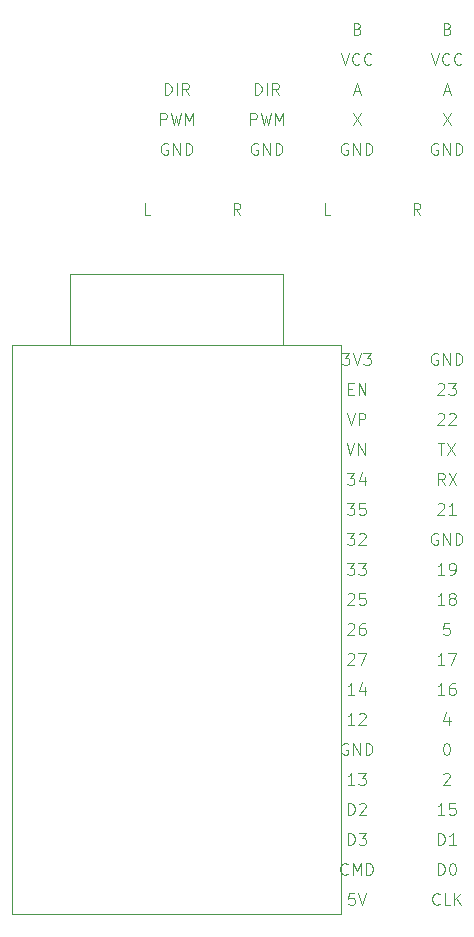
<source format=gbr>
%TF.GenerationSoftware,KiCad,Pcbnew,8.0.6-unknown-202410280735~4a7dcfdd1f~ubuntu22.04.1*%
%TF.CreationDate,2024-10-31T16:24:39+09:00*%
%TF.ProjectId,MG5-ESP32-Shield,4d47352d-4553-4503-9332-2d536869656c,rev?*%
%TF.SameCoordinates,Original*%
%TF.FileFunction,Legend,Top*%
%TF.FilePolarity,Positive*%
%FSLAX46Y46*%
G04 Gerber Fmt 4.6, Leading zero omitted, Abs format (unit mm)*
G04 Created by KiCad (PCBNEW 8.0.6-unknown-202410280735~4a7dcfdd1f~ubuntu22.04.1) date 2024-10-31 16:24:39*
%MOMM*%
%LPD*%
G01*
G04 APERTURE LIST*
%ADD10C,0.100000*%
G04 APERTURE END LIST*
D10*
X127309523Y-74117419D02*
X126833333Y-74117419D01*
X126833333Y-74117419D02*
X126833333Y-73117419D01*
X128778095Y-68085038D02*
X128682857Y-68037419D01*
X128682857Y-68037419D02*
X128540000Y-68037419D01*
X128540000Y-68037419D02*
X128397143Y-68085038D01*
X128397143Y-68085038D02*
X128301905Y-68180276D01*
X128301905Y-68180276D02*
X128254286Y-68275514D01*
X128254286Y-68275514D02*
X128206667Y-68465990D01*
X128206667Y-68465990D02*
X128206667Y-68608847D01*
X128206667Y-68608847D02*
X128254286Y-68799323D01*
X128254286Y-68799323D02*
X128301905Y-68894561D01*
X128301905Y-68894561D02*
X128397143Y-68989800D01*
X128397143Y-68989800D02*
X128540000Y-69037419D01*
X128540000Y-69037419D02*
X128635238Y-69037419D01*
X128635238Y-69037419D02*
X128778095Y-68989800D01*
X128778095Y-68989800D02*
X128825714Y-68942180D01*
X128825714Y-68942180D02*
X128825714Y-68608847D01*
X128825714Y-68608847D02*
X128635238Y-68608847D01*
X129254286Y-69037419D02*
X129254286Y-68037419D01*
X129254286Y-68037419D02*
X129825714Y-69037419D01*
X129825714Y-69037419D02*
X129825714Y-68037419D01*
X130301905Y-69037419D02*
X130301905Y-68037419D01*
X130301905Y-68037419D02*
X130540000Y-68037419D01*
X130540000Y-68037419D02*
X130682857Y-68085038D01*
X130682857Y-68085038D02*
X130778095Y-68180276D01*
X130778095Y-68180276D02*
X130825714Y-68275514D01*
X130825714Y-68275514D02*
X130873333Y-68465990D01*
X130873333Y-68465990D02*
X130873333Y-68608847D01*
X130873333Y-68608847D02*
X130825714Y-68799323D01*
X130825714Y-68799323D02*
X130778095Y-68894561D01*
X130778095Y-68894561D02*
X130682857Y-68989800D01*
X130682857Y-68989800D02*
X130540000Y-69037419D01*
X130540000Y-69037419D02*
X130301905Y-69037419D01*
X128540000Y-63957419D02*
X128540000Y-62957419D01*
X128540000Y-62957419D02*
X128778095Y-62957419D01*
X128778095Y-62957419D02*
X128920952Y-63005038D01*
X128920952Y-63005038D02*
X129016190Y-63100276D01*
X129016190Y-63100276D02*
X129063809Y-63195514D01*
X129063809Y-63195514D02*
X129111428Y-63385990D01*
X129111428Y-63385990D02*
X129111428Y-63528847D01*
X129111428Y-63528847D02*
X129063809Y-63719323D01*
X129063809Y-63719323D02*
X129016190Y-63814561D01*
X129016190Y-63814561D02*
X128920952Y-63909800D01*
X128920952Y-63909800D02*
X128778095Y-63957419D01*
X128778095Y-63957419D02*
X128540000Y-63957419D01*
X129540000Y-63957419D02*
X129540000Y-62957419D01*
X130587618Y-63957419D02*
X130254285Y-63481228D01*
X130016190Y-63957419D02*
X130016190Y-62957419D01*
X130016190Y-62957419D02*
X130397142Y-62957419D01*
X130397142Y-62957419D02*
X130492380Y-63005038D01*
X130492380Y-63005038D02*
X130539999Y-63052657D01*
X130539999Y-63052657D02*
X130587618Y-63147895D01*
X130587618Y-63147895D02*
X130587618Y-63290752D01*
X130587618Y-63290752D02*
X130539999Y-63385990D01*
X130539999Y-63385990D02*
X130492380Y-63433609D01*
X130492380Y-63433609D02*
X130397142Y-63481228D01*
X130397142Y-63481228D02*
X130016190Y-63481228D01*
X128135238Y-66497419D02*
X128135238Y-65497419D01*
X128135238Y-65497419D02*
X128516190Y-65497419D01*
X128516190Y-65497419D02*
X128611428Y-65545038D01*
X128611428Y-65545038D02*
X128659047Y-65592657D01*
X128659047Y-65592657D02*
X128706666Y-65687895D01*
X128706666Y-65687895D02*
X128706666Y-65830752D01*
X128706666Y-65830752D02*
X128659047Y-65925990D01*
X128659047Y-65925990D02*
X128611428Y-65973609D01*
X128611428Y-65973609D02*
X128516190Y-66021228D01*
X128516190Y-66021228D02*
X128135238Y-66021228D01*
X129040000Y-65497419D02*
X129278095Y-66497419D01*
X129278095Y-66497419D02*
X129468571Y-65783133D01*
X129468571Y-65783133D02*
X129659047Y-66497419D01*
X129659047Y-66497419D02*
X129897143Y-65497419D01*
X130278095Y-66497419D02*
X130278095Y-65497419D01*
X130278095Y-65497419D02*
X130611428Y-66211704D01*
X130611428Y-66211704D02*
X130944761Y-65497419D01*
X130944761Y-65497419D02*
X130944761Y-66497419D01*
X150169523Y-74117419D02*
X149836190Y-73641228D01*
X149598095Y-74117419D02*
X149598095Y-73117419D01*
X149598095Y-73117419D02*
X149979047Y-73117419D01*
X149979047Y-73117419D02*
X150074285Y-73165038D01*
X150074285Y-73165038D02*
X150121904Y-73212657D01*
X150121904Y-73212657D02*
X150169523Y-73307895D01*
X150169523Y-73307895D02*
X150169523Y-73450752D01*
X150169523Y-73450752D02*
X150121904Y-73545990D01*
X150121904Y-73545990D02*
X150074285Y-73593609D01*
X150074285Y-73593609D02*
X149979047Y-73641228D01*
X149979047Y-73641228D02*
X149598095Y-73641228D01*
X151066667Y-60417419D02*
X151400000Y-61417419D01*
X151400000Y-61417419D02*
X151733333Y-60417419D01*
X152638095Y-61322180D02*
X152590476Y-61369800D01*
X152590476Y-61369800D02*
X152447619Y-61417419D01*
X152447619Y-61417419D02*
X152352381Y-61417419D01*
X152352381Y-61417419D02*
X152209524Y-61369800D01*
X152209524Y-61369800D02*
X152114286Y-61274561D01*
X152114286Y-61274561D02*
X152066667Y-61179323D01*
X152066667Y-61179323D02*
X152019048Y-60988847D01*
X152019048Y-60988847D02*
X152019048Y-60845990D01*
X152019048Y-60845990D02*
X152066667Y-60655514D01*
X152066667Y-60655514D02*
X152114286Y-60560276D01*
X152114286Y-60560276D02*
X152209524Y-60465038D01*
X152209524Y-60465038D02*
X152352381Y-60417419D01*
X152352381Y-60417419D02*
X152447619Y-60417419D01*
X152447619Y-60417419D02*
X152590476Y-60465038D01*
X152590476Y-60465038D02*
X152638095Y-60512657D01*
X153638095Y-61322180D02*
X153590476Y-61369800D01*
X153590476Y-61369800D02*
X153447619Y-61417419D01*
X153447619Y-61417419D02*
X153352381Y-61417419D01*
X153352381Y-61417419D02*
X153209524Y-61369800D01*
X153209524Y-61369800D02*
X153114286Y-61274561D01*
X153114286Y-61274561D02*
X153066667Y-61179323D01*
X153066667Y-61179323D02*
X153019048Y-60988847D01*
X153019048Y-60988847D02*
X153019048Y-60845990D01*
X153019048Y-60845990D02*
X153066667Y-60655514D01*
X153066667Y-60655514D02*
X153114286Y-60560276D01*
X153114286Y-60560276D02*
X153209524Y-60465038D01*
X153209524Y-60465038D02*
X153352381Y-60417419D01*
X153352381Y-60417419D02*
X153447619Y-60417419D01*
X153447619Y-60417419D02*
X153590476Y-60465038D01*
X153590476Y-60465038D02*
X153638095Y-60512657D01*
X151638095Y-68085038D02*
X151542857Y-68037419D01*
X151542857Y-68037419D02*
X151400000Y-68037419D01*
X151400000Y-68037419D02*
X151257143Y-68085038D01*
X151257143Y-68085038D02*
X151161905Y-68180276D01*
X151161905Y-68180276D02*
X151114286Y-68275514D01*
X151114286Y-68275514D02*
X151066667Y-68465990D01*
X151066667Y-68465990D02*
X151066667Y-68608847D01*
X151066667Y-68608847D02*
X151114286Y-68799323D01*
X151114286Y-68799323D02*
X151161905Y-68894561D01*
X151161905Y-68894561D02*
X151257143Y-68989800D01*
X151257143Y-68989800D02*
X151400000Y-69037419D01*
X151400000Y-69037419D02*
X151495238Y-69037419D01*
X151495238Y-69037419D02*
X151638095Y-68989800D01*
X151638095Y-68989800D02*
X151685714Y-68942180D01*
X151685714Y-68942180D02*
X151685714Y-68608847D01*
X151685714Y-68608847D02*
X151495238Y-68608847D01*
X152114286Y-69037419D02*
X152114286Y-68037419D01*
X152114286Y-68037419D02*
X152685714Y-69037419D01*
X152685714Y-69037419D02*
X152685714Y-68037419D01*
X153161905Y-69037419D02*
X153161905Y-68037419D01*
X153161905Y-68037419D02*
X153400000Y-68037419D01*
X153400000Y-68037419D02*
X153542857Y-68085038D01*
X153542857Y-68085038D02*
X153638095Y-68180276D01*
X153638095Y-68180276D02*
X153685714Y-68275514D01*
X153685714Y-68275514D02*
X153733333Y-68465990D01*
X153733333Y-68465990D02*
X153733333Y-68608847D01*
X153733333Y-68608847D02*
X153685714Y-68799323D01*
X153685714Y-68799323D02*
X153638095Y-68894561D01*
X153638095Y-68894561D02*
X153542857Y-68989800D01*
X153542857Y-68989800D02*
X153400000Y-69037419D01*
X153400000Y-69037419D02*
X153161905Y-69037419D01*
X152066667Y-65497419D02*
X152733333Y-66497419D01*
X152733333Y-65497419D02*
X152066667Y-66497419D01*
X152161905Y-63671704D02*
X152638095Y-63671704D01*
X152066667Y-63957419D02*
X152400000Y-62957419D01*
X152400000Y-62957419D02*
X152733333Y-63957419D01*
X152471428Y-58353609D02*
X152614285Y-58401228D01*
X152614285Y-58401228D02*
X152661904Y-58448847D01*
X152661904Y-58448847D02*
X152709523Y-58544085D01*
X152709523Y-58544085D02*
X152709523Y-58686942D01*
X152709523Y-58686942D02*
X152661904Y-58782180D01*
X152661904Y-58782180D02*
X152614285Y-58829800D01*
X152614285Y-58829800D02*
X152519047Y-58877419D01*
X152519047Y-58877419D02*
X152138095Y-58877419D01*
X152138095Y-58877419D02*
X152138095Y-57877419D01*
X152138095Y-57877419D02*
X152471428Y-57877419D01*
X152471428Y-57877419D02*
X152566666Y-57925038D01*
X152566666Y-57925038D02*
X152614285Y-57972657D01*
X152614285Y-57972657D02*
X152661904Y-58067895D01*
X152661904Y-58067895D02*
X152661904Y-58163133D01*
X152661904Y-58163133D02*
X152614285Y-58258371D01*
X152614285Y-58258371D02*
X152566666Y-58305990D01*
X152566666Y-58305990D02*
X152471428Y-58353609D01*
X152471428Y-58353609D02*
X152138095Y-58353609D01*
X151638095Y-88452657D02*
X151685714Y-88405038D01*
X151685714Y-88405038D02*
X151780952Y-88357419D01*
X151780952Y-88357419D02*
X152019047Y-88357419D01*
X152019047Y-88357419D02*
X152114285Y-88405038D01*
X152114285Y-88405038D02*
X152161904Y-88452657D01*
X152161904Y-88452657D02*
X152209523Y-88547895D01*
X152209523Y-88547895D02*
X152209523Y-88643133D01*
X152209523Y-88643133D02*
X152161904Y-88785990D01*
X152161904Y-88785990D02*
X151590476Y-89357419D01*
X151590476Y-89357419D02*
X152209523Y-89357419D01*
X152542857Y-88357419D02*
X153161904Y-88357419D01*
X153161904Y-88357419D02*
X152828571Y-88738371D01*
X152828571Y-88738371D02*
X152971428Y-88738371D01*
X152971428Y-88738371D02*
X153066666Y-88785990D01*
X153066666Y-88785990D02*
X153114285Y-88833609D01*
X153114285Y-88833609D02*
X153161904Y-88928847D01*
X153161904Y-88928847D02*
X153161904Y-89166942D01*
X153161904Y-89166942D02*
X153114285Y-89262180D01*
X153114285Y-89262180D02*
X153066666Y-89309800D01*
X153066666Y-89309800D02*
X152971428Y-89357419D01*
X152971428Y-89357419D02*
X152685714Y-89357419D01*
X152685714Y-89357419D02*
X152590476Y-89309800D01*
X152590476Y-89309800D02*
X152542857Y-89262180D01*
X152638095Y-108677419D02*
X152161905Y-108677419D01*
X152161905Y-108677419D02*
X152114286Y-109153609D01*
X152114286Y-109153609D02*
X152161905Y-109105990D01*
X152161905Y-109105990D02*
X152257143Y-109058371D01*
X152257143Y-109058371D02*
X152495238Y-109058371D01*
X152495238Y-109058371D02*
X152590476Y-109105990D01*
X152590476Y-109105990D02*
X152638095Y-109153609D01*
X152638095Y-109153609D02*
X152685714Y-109248847D01*
X152685714Y-109248847D02*
X152685714Y-109486942D01*
X152685714Y-109486942D02*
X152638095Y-109582180D01*
X152638095Y-109582180D02*
X152590476Y-109629800D01*
X152590476Y-109629800D02*
X152495238Y-109677419D01*
X152495238Y-109677419D02*
X152257143Y-109677419D01*
X152257143Y-109677419D02*
X152161905Y-109629800D01*
X152161905Y-109629800D02*
X152114286Y-109582180D01*
X152209523Y-114757419D02*
X151638095Y-114757419D01*
X151923809Y-114757419D02*
X151923809Y-113757419D01*
X151923809Y-113757419D02*
X151828571Y-113900276D01*
X151828571Y-113900276D02*
X151733333Y-113995514D01*
X151733333Y-113995514D02*
X151638095Y-114043133D01*
X153066666Y-113757419D02*
X152876190Y-113757419D01*
X152876190Y-113757419D02*
X152780952Y-113805038D01*
X152780952Y-113805038D02*
X152733333Y-113852657D01*
X152733333Y-113852657D02*
X152638095Y-113995514D01*
X152638095Y-113995514D02*
X152590476Y-114185990D01*
X152590476Y-114185990D02*
X152590476Y-114566942D01*
X152590476Y-114566942D02*
X152638095Y-114662180D01*
X152638095Y-114662180D02*
X152685714Y-114709800D01*
X152685714Y-114709800D02*
X152780952Y-114757419D01*
X152780952Y-114757419D02*
X152971428Y-114757419D01*
X152971428Y-114757419D02*
X153066666Y-114709800D01*
X153066666Y-114709800D02*
X153114285Y-114662180D01*
X153114285Y-114662180D02*
X153161904Y-114566942D01*
X153161904Y-114566942D02*
X153161904Y-114328847D01*
X153161904Y-114328847D02*
X153114285Y-114233609D01*
X153114285Y-114233609D02*
X153066666Y-114185990D01*
X153066666Y-114185990D02*
X152971428Y-114138371D01*
X152971428Y-114138371D02*
X152780952Y-114138371D01*
X152780952Y-114138371D02*
X152685714Y-114185990D01*
X152685714Y-114185990D02*
X152638095Y-114233609D01*
X152638095Y-114233609D02*
X152590476Y-114328847D01*
X144018095Y-106232657D02*
X144065714Y-106185038D01*
X144065714Y-106185038D02*
X144160952Y-106137419D01*
X144160952Y-106137419D02*
X144399047Y-106137419D01*
X144399047Y-106137419D02*
X144494285Y-106185038D01*
X144494285Y-106185038D02*
X144541904Y-106232657D01*
X144541904Y-106232657D02*
X144589523Y-106327895D01*
X144589523Y-106327895D02*
X144589523Y-106423133D01*
X144589523Y-106423133D02*
X144541904Y-106565990D01*
X144541904Y-106565990D02*
X143970476Y-107137419D01*
X143970476Y-107137419D02*
X144589523Y-107137419D01*
X145494285Y-106137419D02*
X145018095Y-106137419D01*
X145018095Y-106137419D02*
X144970476Y-106613609D01*
X144970476Y-106613609D02*
X145018095Y-106565990D01*
X145018095Y-106565990D02*
X145113333Y-106518371D01*
X145113333Y-106518371D02*
X145351428Y-106518371D01*
X145351428Y-106518371D02*
X145446666Y-106565990D01*
X145446666Y-106565990D02*
X145494285Y-106613609D01*
X145494285Y-106613609D02*
X145541904Y-106708847D01*
X145541904Y-106708847D02*
X145541904Y-106946942D01*
X145541904Y-106946942D02*
X145494285Y-107042180D01*
X145494285Y-107042180D02*
X145446666Y-107089800D01*
X145446666Y-107089800D02*
X145351428Y-107137419D01*
X145351428Y-107137419D02*
X145113333Y-107137419D01*
X145113333Y-107137419D02*
X145018095Y-107089800D01*
X145018095Y-107089800D02*
X144970476Y-107042180D01*
X144589523Y-122377419D02*
X144018095Y-122377419D01*
X144303809Y-122377419D02*
X144303809Y-121377419D01*
X144303809Y-121377419D02*
X144208571Y-121520276D01*
X144208571Y-121520276D02*
X144113333Y-121615514D01*
X144113333Y-121615514D02*
X144018095Y-121663133D01*
X144922857Y-121377419D02*
X145541904Y-121377419D01*
X145541904Y-121377419D02*
X145208571Y-121758371D01*
X145208571Y-121758371D02*
X145351428Y-121758371D01*
X145351428Y-121758371D02*
X145446666Y-121805990D01*
X145446666Y-121805990D02*
X145494285Y-121853609D01*
X145494285Y-121853609D02*
X145541904Y-121948847D01*
X145541904Y-121948847D02*
X145541904Y-122186942D01*
X145541904Y-122186942D02*
X145494285Y-122282180D01*
X145494285Y-122282180D02*
X145446666Y-122329800D01*
X145446666Y-122329800D02*
X145351428Y-122377419D01*
X145351428Y-122377419D02*
X145065714Y-122377419D01*
X145065714Y-122377419D02*
X144970476Y-122329800D01*
X144970476Y-122329800D02*
X144922857Y-122282180D01*
X151638095Y-101105038D02*
X151542857Y-101057419D01*
X151542857Y-101057419D02*
X151400000Y-101057419D01*
X151400000Y-101057419D02*
X151257143Y-101105038D01*
X151257143Y-101105038D02*
X151161905Y-101200276D01*
X151161905Y-101200276D02*
X151114286Y-101295514D01*
X151114286Y-101295514D02*
X151066667Y-101485990D01*
X151066667Y-101485990D02*
X151066667Y-101628847D01*
X151066667Y-101628847D02*
X151114286Y-101819323D01*
X151114286Y-101819323D02*
X151161905Y-101914561D01*
X151161905Y-101914561D02*
X151257143Y-102009800D01*
X151257143Y-102009800D02*
X151400000Y-102057419D01*
X151400000Y-102057419D02*
X151495238Y-102057419D01*
X151495238Y-102057419D02*
X151638095Y-102009800D01*
X151638095Y-102009800D02*
X151685714Y-101962180D01*
X151685714Y-101962180D02*
X151685714Y-101628847D01*
X151685714Y-101628847D02*
X151495238Y-101628847D01*
X152114286Y-102057419D02*
X152114286Y-101057419D01*
X152114286Y-101057419D02*
X152685714Y-102057419D01*
X152685714Y-102057419D02*
X152685714Y-101057419D01*
X153161905Y-102057419D02*
X153161905Y-101057419D01*
X153161905Y-101057419D02*
X153400000Y-101057419D01*
X153400000Y-101057419D02*
X153542857Y-101105038D01*
X153542857Y-101105038D02*
X153638095Y-101200276D01*
X153638095Y-101200276D02*
X153685714Y-101295514D01*
X153685714Y-101295514D02*
X153733333Y-101485990D01*
X153733333Y-101485990D02*
X153733333Y-101628847D01*
X153733333Y-101628847D02*
X153685714Y-101819323D01*
X153685714Y-101819323D02*
X153638095Y-101914561D01*
X153638095Y-101914561D02*
X153542857Y-102009800D01*
X153542857Y-102009800D02*
X153400000Y-102057419D01*
X153400000Y-102057419D02*
X153161905Y-102057419D01*
X143946667Y-90897419D02*
X144280000Y-91897419D01*
X144280000Y-91897419D02*
X144613333Y-90897419D01*
X144946667Y-91897419D02*
X144946667Y-90897419D01*
X144946667Y-90897419D02*
X145327619Y-90897419D01*
X145327619Y-90897419D02*
X145422857Y-90945038D01*
X145422857Y-90945038D02*
X145470476Y-90992657D01*
X145470476Y-90992657D02*
X145518095Y-91087895D01*
X145518095Y-91087895D02*
X145518095Y-91230752D01*
X145518095Y-91230752D02*
X145470476Y-91325990D01*
X145470476Y-91325990D02*
X145422857Y-91373609D01*
X145422857Y-91373609D02*
X145327619Y-91421228D01*
X145327619Y-91421228D02*
X144946667Y-91421228D01*
X151638095Y-90992657D02*
X151685714Y-90945038D01*
X151685714Y-90945038D02*
X151780952Y-90897419D01*
X151780952Y-90897419D02*
X152019047Y-90897419D01*
X152019047Y-90897419D02*
X152114285Y-90945038D01*
X152114285Y-90945038D02*
X152161904Y-90992657D01*
X152161904Y-90992657D02*
X152209523Y-91087895D01*
X152209523Y-91087895D02*
X152209523Y-91183133D01*
X152209523Y-91183133D02*
X152161904Y-91325990D01*
X152161904Y-91325990D02*
X151590476Y-91897419D01*
X151590476Y-91897419D02*
X152209523Y-91897419D01*
X152590476Y-90992657D02*
X152638095Y-90945038D01*
X152638095Y-90945038D02*
X152733333Y-90897419D01*
X152733333Y-90897419D02*
X152971428Y-90897419D01*
X152971428Y-90897419D02*
X153066666Y-90945038D01*
X153066666Y-90945038D02*
X153114285Y-90992657D01*
X153114285Y-90992657D02*
X153161904Y-91087895D01*
X153161904Y-91087895D02*
X153161904Y-91183133D01*
X153161904Y-91183133D02*
X153114285Y-91325990D01*
X153114285Y-91325990D02*
X152542857Y-91897419D01*
X152542857Y-91897419D02*
X153161904Y-91897419D01*
X143970476Y-98517419D02*
X144589523Y-98517419D01*
X144589523Y-98517419D02*
X144256190Y-98898371D01*
X144256190Y-98898371D02*
X144399047Y-98898371D01*
X144399047Y-98898371D02*
X144494285Y-98945990D01*
X144494285Y-98945990D02*
X144541904Y-98993609D01*
X144541904Y-98993609D02*
X144589523Y-99088847D01*
X144589523Y-99088847D02*
X144589523Y-99326942D01*
X144589523Y-99326942D02*
X144541904Y-99422180D01*
X144541904Y-99422180D02*
X144494285Y-99469800D01*
X144494285Y-99469800D02*
X144399047Y-99517419D01*
X144399047Y-99517419D02*
X144113333Y-99517419D01*
X144113333Y-99517419D02*
X144018095Y-99469800D01*
X144018095Y-99469800D02*
X143970476Y-99422180D01*
X145494285Y-98517419D02*
X145018095Y-98517419D01*
X145018095Y-98517419D02*
X144970476Y-98993609D01*
X144970476Y-98993609D02*
X145018095Y-98945990D01*
X145018095Y-98945990D02*
X145113333Y-98898371D01*
X145113333Y-98898371D02*
X145351428Y-98898371D01*
X145351428Y-98898371D02*
X145446666Y-98945990D01*
X145446666Y-98945990D02*
X145494285Y-98993609D01*
X145494285Y-98993609D02*
X145541904Y-99088847D01*
X145541904Y-99088847D02*
X145541904Y-99326942D01*
X145541904Y-99326942D02*
X145494285Y-99422180D01*
X145494285Y-99422180D02*
X145446666Y-99469800D01*
X145446666Y-99469800D02*
X145351428Y-99517419D01*
X145351428Y-99517419D02*
X145113333Y-99517419D01*
X145113333Y-99517419D02*
X145018095Y-99469800D01*
X145018095Y-99469800D02*
X144970476Y-99422180D01*
X144018095Y-118885038D02*
X143922857Y-118837419D01*
X143922857Y-118837419D02*
X143780000Y-118837419D01*
X143780000Y-118837419D02*
X143637143Y-118885038D01*
X143637143Y-118885038D02*
X143541905Y-118980276D01*
X143541905Y-118980276D02*
X143494286Y-119075514D01*
X143494286Y-119075514D02*
X143446667Y-119265990D01*
X143446667Y-119265990D02*
X143446667Y-119408847D01*
X143446667Y-119408847D02*
X143494286Y-119599323D01*
X143494286Y-119599323D02*
X143541905Y-119694561D01*
X143541905Y-119694561D02*
X143637143Y-119789800D01*
X143637143Y-119789800D02*
X143780000Y-119837419D01*
X143780000Y-119837419D02*
X143875238Y-119837419D01*
X143875238Y-119837419D02*
X144018095Y-119789800D01*
X144018095Y-119789800D02*
X144065714Y-119742180D01*
X144065714Y-119742180D02*
X144065714Y-119408847D01*
X144065714Y-119408847D02*
X143875238Y-119408847D01*
X144494286Y-119837419D02*
X144494286Y-118837419D01*
X144494286Y-118837419D02*
X145065714Y-119837419D01*
X145065714Y-119837419D02*
X145065714Y-118837419D01*
X145541905Y-119837419D02*
X145541905Y-118837419D01*
X145541905Y-118837419D02*
X145780000Y-118837419D01*
X145780000Y-118837419D02*
X145922857Y-118885038D01*
X145922857Y-118885038D02*
X146018095Y-118980276D01*
X146018095Y-118980276D02*
X146065714Y-119075514D01*
X146065714Y-119075514D02*
X146113333Y-119265990D01*
X146113333Y-119265990D02*
X146113333Y-119408847D01*
X146113333Y-119408847D02*
X146065714Y-119599323D01*
X146065714Y-119599323D02*
X146018095Y-119694561D01*
X146018095Y-119694561D02*
X145922857Y-119789800D01*
X145922857Y-119789800D02*
X145780000Y-119837419D01*
X145780000Y-119837419D02*
X145541905Y-119837419D01*
X143970476Y-101057419D02*
X144589523Y-101057419D01*
X144589523Y-101057419D02*
X144256190Y-101438371D01*
X144256190Y-101438371D02*
X144399047Y-101438371D01*
X144399047Y-101438371D02*
X144494285Y-101485990D01*
X144494285Y-101485990D02*
X144541904Y-101533609D01*
X144541904Y-101533609D02*
X144589523Y-101628847D01*
X144589523Y-101628847D02*
X144589523Y-101866942D01*
X144589523Y-101866942D02*
X144541904Y-101962180D01*
X144541904Y-101962180D02*
X144494285Y-102009800D01*
X144494285Y-102009800D02*
X144399047Y-102057419D01*
X144399047Y-102057419D02*
X144113333Y-102057419D01*
X144113333Y-102057419D02*
X144018095Y-102009800D01*
X144018095Y-102009800D02*
X143970476Y-101962180D01*
X144970476Y-101152657D02*
X145018095Y-101105038D01*
X145018095Y-101105038D02*
X145113333Y-101057419D01*
X145113333Y-101057419D02*
X145351428Y-101057419D01*
X145351428Y-101057419D02*
X145446666Y-101105038D01*
X145446666Y-101105038D02*
X145494285Y-101152657D01*
X145494285Y-101152657D02*
X145541904Y-101247895D01*
X145541904Y-101247895D02*
X145541904Y-101343133D01*
X145541904Y-101343133D02*
X145494285Y-101485990D01*
X145494285Y-101485990D02*
X144922857Y-102057419D01*
X144922857Y-102057419D02*
X145541904Y-102057419D01*
X144018095Y-108772657D02*
X144065714Y-108725038D01*
X144065714Y-108725038D02*
X144160952Y-108677419D01*
X144160952Y-108677419D02*
X144399047Y-108677419D01*
X144399047Y-108677419D02*
X144494285Y-108725038D01*
X144494285Y-108725038D02*
X144541904Y-108772657D01*
X144541904Y-108772657D02*
X144589523Y-108867895D01*
X144589523Y-108867895D02*
X144589523Y-108963133D01*
X144589523Y-108963133D02*
X144541904Y-109105990D01*
X144541904Y-109105990D02*
X143970476Y-109677419D01*
X143970476Y-109677419D02*
X144589523Y-109677419D01*
X145446666Y-108677419D02*
X145256190Y-108677419D01*
X145256190Y-108677419D02*
X145160952Y-108725038D01*
X145160952Y-108725038D02*
X145113333Y-108772657D01*
X145113333Y-108772657D02*
X145018095Y-108915514D01*
X145018095Y-108915514D02*
X144970476Y-109105990D01*
X144970476Y-109105990D02*
X144970476Y-109486942D01*
X144970476Y-109486942D02*
X145018095Y-109582180D01*
X145018095Y-109582180D02*
X145065714Y-109629800D01*
X145065714Y-109629800D02*
X145160952Y-109677419D01*
X145160952Y-109677419D02*
X145351428Y-109677419D01*
X145351428Y-109677419D02*
X145446666Y-109629800D01*
X145446666Y-109629800D02*
X145494285Y-109582180D01*
X145494285Y-109582180D02*
X145541904Y-109486942D01*
X145541904Y-109486942D02*
X145541904Y-109248847D01*
X145541904Y-109248847D02*
X145494285Y-109153609D01*
X145494285Y-109153609D02*
X145446666Y-109105990D01*
X145446666Y-109105990D02*
X145351428Y-109058371D01*
X145351428Y-109058371D02*
X145160952Y-109058371D01*
X145160952Y-109058371D02*
X145065714Y-109105990D01*
X145065714Y-109105990D02*
X145018095Y-109153609D01*
X145018095Y-109153609D02*
X144970476Y-109248847D01*
X143970476Y-95977419D02*
X144589523Y-95977419D01*
X144589523Y-95977419D02*
X144256190Y-96358371D01*
X144256190Y-96358371D02*
X144399047Y-96358371D01*
X144399047Y-96358371D02*
X144494285Y-96405990D01*
X144494285Y-96405990D02*
X144541904Y-96453609D01*
X144541904Y-96453609D02*
X144589523Y-96548847D01*
X144589523Y-96548847D02*
X144589523Y-96786942D01*
X144589523Y-96786942D02*
X144541904Y-96882180D01*
X144541904Y-96882180D02*
X144494285Y-96929800D01*
X144494285Y-96929800D02*
X144399047Y-96977419D01*
X144399047Y-96977419D02*
X144113333Y-96977419D01*
X144113333Y-96977419D02*
X144018095Y-96929800D01*
X144018095Y-96929800D02*
X143970476Y-96882180D01*
X145446666Y-96310752D02*
X145446666Y-96977419D01*
X145208571Y-95929800D02*
X144970476Y-96644085D01*
X144970476Y-96644085D02*
X145589523Y-96644085D01*
X152209523Y-104597419D02*
X151638095Y-104597419D01*
X151923809Y-104597419D02*
X151923809Y-103597419D01*
X151923809Y-103597419D02*
X151828571Y-103740276D01*
X151828571Y-103740276D02*
X151733333Y-103835514D01*
X151733333Y-103835514D02*
X151638095Y-103883133D01*
X152685714Y-104597419D02*
X152876190Y-104597419D01*
X152876190Y-104597419D02*
X152971428Y-104549800D01*
X152971428Y-104549800D02*
X153019047Y-104502180D01*
X153019047Y-104502180D02*
X153114285Y-104359323D01*
X153114285Y-104359323D02*
X153161904Y-104168847D01*
X153161904Y-104168847D02*
X153161904Y-103787895D01*
X153161904Y-103787895D02*
X153114285Y-103692657D01*
X153114285Y-103692657D02*
X153066666Y-103645038D01*
X153066666Y-103645038D02*
X152971428Y-103597419D01*
X152971428Y-103597419D02*
X152780952Y-103597419D01*
X152780952Y-103597419D02*
X152685714Y-103645038D01*
X152685714Y-103645038D02*
X152638095Y-103692657D01*
X152638095Y-103692657D02*
X152590476Y-103787895D01*
X152590476Y-103787895D02*
X152590476Y-104025990D01*
X152590476Y-104025990D02*
X152638095Y-104121228D01*
X152638095Y-104121228D02*
X152685714Y-104168847D01*
X152685714Y-104168847D02*
X152780952Y-104216466D01*
X152780952Y-104216466D02*
X152971428Y-104216466D01*
X152971428Y-104216466D02*
X153066666Y-104168847D01*
X153066666Y-104168847D02*
X153114285Y-104121228D01*
X153114285Y-104121228D02*
X153161904Y-104025990D01*
X151804761Y-132442180D02*
X151757142Y-132489800D01*
X151757142Y-132489800D02*
X151614285Y-132537419D01*
X151614285Y-132537419D02*
X151519047Y-132537419D01*
X151519047Y-132537419D02*
X151376190Y-132489800D01*
X151376190Y-132489800D02*
X151280952Y-132394561D01*
X151280952Y-132394561D02*
X151233333Y-132299323D01*
X151233333Y-132299323D02*
X151185714Y-132108847D01*
X151185714Y-132108847D02*
X151185714Y-131965990D01*
X151185714Y-131965990D02*
X151233333Y-131775514D01*
X151233333Y-131775514D02*
X151280952Y-131680276D01*
X151280952Y-131680276D02*
X151376190Y-131585038D01*
X151376190Y-131585038D02*
X151519047Y-131537419D01*
X151519047Y-131537419D02*
X151614285Y-131537419D01*
X151614285Y-131537419D02*
X151757142Y-131585038D01*
X151757142Y-131585038D02*
X151804761Y-131632657D01*
X152709523Y-132537419D02*
X152233333Y-132537419D01*
X152233333Y-132537419D02*
X152233333Y-131537419D01*
X153042857Y-132537419D02*
X153042857Y-131537419D01*
X153614285Y-132537419D02*
X153185714Y-131965990D01*
X153614285Y-131537419D02*
X153042857Y-132108847D01*
X151638095Y-85865038D02*
X151542857Y-85817419D01*
X151542857Y-85817419D02*
X151400000Y-85817419D01*
X151400000Y-85817419D02*
X151257143Y-85865038D01*
X151257143Y-85865038D02*
X151161905Y-85960276D01*
X151161905Y-85960276D02*
X151114286Y-86055514D01*
X151114286Y-86055514D02*
X151066667Y-86245990D01*
X151066667Y-86245990D02*
X151066667Y-86388847D01*
X151066667Y-86388847D02*
X151114286Y-86579323D01*
X151114286Y-86579323D02*
X151161905Y-86674561D01*
X151161905Y-86674561D02*
X151257143Y-86769800D01*
X151257143Y-86769800D02*
X151400000Y-86817419D01*
X151400000Y-86817419D02*
X151495238Y-86817419D01*
X151495238Y-86817419D02*
X151638095Y-86769800D01*
X151638095Y-86769800D02*
X151685714Y-86722180D01*
X151685714Y-86722180D02*
X151685714Y-86388847D01*
X151685714Y-86388847D02*
X151495238Y-86388847D01*
X152114286Y-86817419D02*
X152114286Y-85817419D01*
X152114286Y-85817419D02*
X152685714Y-86817419D01*
X152685714Y-86817419D02*
X152685714Y-85817419D01*
X153161905Y-86817419D02*
X153161905Y-85817419D01*
X153161905Y-85817419D02*
X153400000Y-85817419D01*
X153400000Y-85817419D02*
X153542857Y-85865038D01*
X153542857Y-85865038D02*
X153638095Y-85960276D01*
X153638095Y-85960276D02*
X153685714Y-86055514D01*
X153685714Y-86055514D02*
X153733333Y-86245990D01*
X153733333Y-86245990D02*
X153733333Y-86388847D01*
X153733333Y-86388847D02*
X153685714Y-86579323D01*
X153685714Y-86579323D02*
X153638095Y-86674561D01*
X153638095Y-86674561D02*
X153542857Y-86769800D01*
X153542857Y-86769800D02*
X153400000Y-86817419D01*
X153400000Y-86817419D02*
X153161905Y-86817419D01*
X144589523Y-117297419D02*
X144018095Y-117297419D01*
X144303809Y-117297419D02*
X144303809Y-116297419D01*
X144303809Y-116297419D02*
X144208571Y-116440276D01*
X144208571Y-116440276D02*
X144113333Y-116535514D01*
X144113333Y-116535514D02*
X144018095Y-116583133D01*
X144970476Y-116392657D02*
X145018095Y-116345038D01*
X145018095Y-116345038D02*
X145113333Y-116297419D01*
X145113333Y-116297419D02*
X145351428Y-116297419D01*
X145351428Y-116297419D02*
X145446666Y-116345038D01*
X145446666Y-116345038D02*
X145494285Y-116392657D01*
X145494285Y-116392657D02*
X145541904Y-116487895D01*
X145541904Y-116487895D02*
X145541904Y-116583133D01*
X145541904Y-116583133D02*
X145494285Y-116725990D01*
X145494285Y-116725990D02*
X144922857Y-117297419D01*
X144922857Y-117297419D02*
X145541904Y-117297419D01*
X144041905Y-124917419D02*
X144041905Y-123917419D01*
X144041905Y-123917419D02*
X144280000Y-123917419D01*
X144280000Y-123917419D02*
X144422857Y-123965038D01*
X144422857Y-123965038D02*
X144518095Y-124060276D01*
X144518095Y-124060276D02*
X144565714Y-124155514D01*
X144565714Y-124155514D02*
X144613333Y-124345990D01*
X144613333Y-124345990D02*
X144613333Y-124488847D01*
X144613333Y-124488847D02*
X144565714Y-124679323D01*
X144565714Y-124679323D02*
X144518095Y-124774561D01*
X144518095Y-124774561D02*
X144422857Y-124869800D01*
X144422857Y-124869800D02*
X144280000Y-124917419D01*
X144280000Y-124917419D02*
X144041905Y-124917419D01*
X144994286Y-124012657D02*
X145041905Y-123965038D01*
X145041905Y-123965038D02*
X145137143Y-123917419D01*
X145137143Y-123917419D02*
X145375238Y-123917419D01*
X145375238Y-123917419D02*
X145470476Y-123965038D01*
X145470476Y-123965038D02*
X145518095Y-124012657D01*
X145518095Y-124012657D02*
X145565714Y-124107895D01*
X145565714Y-124107895D02*
X145565714Y-124203133D01*
X145565714Y-124203133D02*
X145518095Y-124345990D01*
X145518095Y-124345990D02*
X144946667Y-124917419D01*
X144946667Y-124917419D02*
X145565714Y-124917419D01*
X144041905Y-127457419D02*
X144041905Y-126457419D01*
X144041905Y-126457419D02*
X144280000Y-126457419D01*
X144280000Y-126457419D02*
X144422857Y-126505038D01*
X144422857Y-126505038D02*
X144518095Y-126600276D01*
X144518095Y-126600276D02*
X144565714Y-126695514D01*
X144565714Y-126695514D02*
X144613333Y-126885990D01*
X144613333Y-126885990D02*
X144613333Y-127028847D01*
X144613333Y-127028847D02*
X144565714Y-127219323D01*
X144565714Y-127219323D02*
X144518095Y-127314561D01*
X144518095Y-127314561D02*
X144422857Y-127409800D01*
X144422857Y-127409800D02*
X144280000Y-127457419D01*
X144280000Y-127457419D02*
X144041905Y-127457419D01*
X144946667Y-126457419D02*
X145565714Y-126457419D01*
X145565714Y-126457419D02*
X145232381Y-126838371D01*
X145232381Y-126838371D02*
X145375238Y-126838371D01*
X145375238Y-126838371D02*
X145470476Y-126885990D01*
X145470476Y-126885990D02*
X145518095Y-126933609D01*
X145518095Y-126933609D02*
X145565714Y-127028847D01*
X145565714Y-127028847D02*
X145565714Y-127266942D01*
X145565714Y-127266942D02*
X145518095Y-127362180D01*
X145518095Y-127362180D02*
X145470476Y-127409800D01*
X145470476Y-127409800D02*
X145375238Y-127457419D01*
X145375238Y-127457419D02*
X145089524Y-127457419D01*
X145089524Y-127457419D02*
X144994286Y-127409800D01*
X144994286Y-127409800D02*
X144946667Y-127362180D01*
X143541905Y-85817419D02*
X144160952Y-85817419D01*
X144160952Y-85817419D02*
X143827619Y-86198371D01*
X143827619Y-86198371D02*
X143970476Y-86198371D01*
X143970476Y-86198371D02*
X144065714Y-86245990D01*
X144065714Y-86245990D02*
X144113333Y-86293609D01*
X144113333Y-86293609D02*
X144160952Y-86388847D01*
X144160952Y-86388847D02*
X144160952Y-86626942D01*
X144160952Y-86626942D02*
X144113333Y-86722180D01*
X144113333Y-86722180D02*
X144065714Y-86769800D01*
X144065714Y-86769800D02*
X143970476Y-86817419D01*
X143970476Y-86817419D02*
X143684762Y-86817419D01*
X143684762Y-86817419D02*
X143589524Y-86769800D01*
X143589524Y-86769800D02*
X143541905Y-86722180D01*
X144446667Y-85817419D02*
X144780000Y-86817419D01*
X144780000Y-86817419D02*
X145113333Y-85817419D01*
X145351429Y-85817419D02*
X145970476Y-85817419D01*
X145970476Y-85817419D02*
X145637143Y-86198371D01*
X145637143Y-86198371D02*
X145780000Y-86198371D01*
X145780000Y-86198371D02*
X145875238Y-86245990D01*
X145875238Y-86245990D02*
X145922857Y-86293609D01*
X145922857Y-86293609D02*
X145970476Y-86388847D01*
X145970476Y-86388847D02*
X145970476Y-86626942D01*
X145970476Y-86626942D02*
X145922857Y-86722180D01*
X145922857Y-86722180D02*
X145875238Y-86769800D01*
X145875238Y-86769800D02*
X145780000Y-86817419D01*
X145780000Y-86817419D02*
X145494286Y-86817419D01*
X145494286Y-86817419D02*
X145399048Y-86769800D01*
X145399048Y-86769800D02*
X145351429Y-86722180D01*
X143970476Y-103597419D02*
X144589523Y-103597419D01*
X144589523Y-103597419D02*
X144256190Y-103978371D01*
X144256190Y-103978371D02*
X144399047Y-103978371D01*
X144399047Y-103978371D02*
X144494285Y-104025990D01*
X144494285Y-104025990D02*
X144541904Y-104073609D01*
X144541904Y-104073609D02*
X144589523Y-104168847D01*
X144589523Y-104168847D02*
X144589523Y-104406942D01*
X144589523Y-104406942D02*
X144541904Y-104502180D01*
X144541904Y-104502180D02*
X144494285Y-104549800D01*
X144494285Y-104549800D02*
X144399047Y-104597419D01*
X144399047Y-104597419D02*
X144113333Y-104597419D01*
X144113333Y-104597419D02*
X144018095Y-104549800D01*
X144018095Y-104549800D02*
X143970476Y-104502180D01*
X144922857Y-103597419D02*
X145541904Y-103597419D01*
X145541904Y-103597419D02*
X145208571Y-103978371D01*
X145208571Y-103978371D02*
X145351428Y-103978371D01*
X145351428Y-103978371D02*
X145446666Y-104025990D01*
X145446666Y-104025990D02*
X145494285Y-104073609D01*
X145494285Y-104073609D02*
X145541904Y-104168847D01*
X145541904Y-104168847D02*
X145541904Y-104406942D01*
X145541904Y-104406942D02*
X145494285Y-104502180D01*
X145494285Y-104502180D02*
X145446666Y-104549800D01*
X145446666Y-104549800D02*
X145351428Y-104597419D01*
X145351428Y-104597419D02*
X145065714Y-104597419D01*
X145065714Y-104597419D02*
X144970476Y-104549800D01*
X144970476Y-104549800D02*
X144922857Y-104502180D01*
X152209523Y-112217419D02*
X151638095Y-112217419D01*
X151923809Y-112217419D02*
X151923809Y-111217419D01*
X151923809Y-111217419D02*
X151828571Y-111360276D01*
X151828571Y-111360276D02*
X151733333Y-111455514D01*
X151733333Y-111455514D02*
X151638095Y-111503133D01*
X152542857Y-111217419D02*
X153209523Y-111217419D01*
X153209523Y-111217419D02*
X152780952Y-112217419D01*
X151661905Y-129997419D02*
X151661905Y-128997419D01*
X151661905Y-128997419D02*
X151900000Y-128997419D01*
X151900000Y-128997419D02*
X152042857Y-129045038D01*
X152042857Y-129045038D02*
X152138095Y-129140276D01*
X152138095Y-129140276D02*
X152185714Y-129235514D01*
X152185714Y-129235514D02*
X152233333Y-129425990D01*
X152233333Y-129425990D02*
X152233333Y-129568847D01*
X152233333Y-129568847D02*
X152185714Y-129759323D01*
X152185714Y-129759323D02*
X152138095Y-129854561D01*
X152138095Y-129854561D02*
X152042857Y-129949800D01*
X152042857Y-129949800D02*
X151900000Y-129997419D01*
X151900000Y-129997419D02*
X151661905Y-129997419D01*
X152852381Y-128997419D02*
X152947619Y-128997419D01*
X152947619Y-128997419D02*
X153042857Y-129045038D01*
X153042857Y-129045038D02*
X153090476Y-129092657D01*
X153090476Y-129092657D02*
X153138095Y-129187895D01*
X153138095Y-129187895D02*
X153185714Y-129378371D01*
X153185714Y-129378371D02*
X153185714Y-129616466D01*
X153185714Y-129616466D02*
X153138095Y-129806942D01*
X153138095Y-129806942D02*
X153090476Y-129902180D01*
X153090476Y-129902180D02*
X153042857Y-129949800D01*
X153042857Y-129949800D02*
X152947619Y-129997419D01*
X152947619Y-129997419D02*
X152852381Y-129997419D01*
X152852381Y-129997419D02*
X152757143Y-129949800D01*
X152757143Y-129949800D02*
X152709524Y-129902180D01*
X152709524Y-129902180D02*
X152661905Y-129806942D01*
X152661905Y-129806942D02*
X152614286Y-129616466D01*
X152614286Y-129616466D02*
X152614286Y-129378371D01*
X152614286Y-129378371D02*
X152661905Y-129187895D01*
X152661905Y-129187895D02*
X152709524Y-129092657D01*
X152709524Y-129092657D02*
X152757143Y-129045038D01*
X152757143Y-129045038D02*
X152852381Y-128997419D01*
X144041905Y-88833609D02*
X144375238Y-88833609D01*
X144518095Y-89357419D02*
X144041905Y-89357419D01*
X144041905Y-89357419D02*
X144041905Y-88357419D01*
X144041905Y-88357419D02*
X144518095Y-88357419D01*
X144946667Y-89357419D02*
X144946667Y-88357419D01*
X144946667Y-88357419D02*
X145518095Y-89357419D01*
X145518095Y-89357419D02*
X145518095Y-88357419D01*
X144589523Y-114757419D02*
X144018095Y-114757419D01*
X144303809Y-114757419D02*
X144303809Y-113757419D01*
X144303809Y-113757419D02*
X144208571Y-113900276D01*
X144208571Y-113900276D02*
X144113333Y-113995514D01*
X144113333Y-113995514D02*
X144018095Y-114043133D01*
X145446666Y-114090752D02*
X145446666Y-114757419D01*
X145208571Y-113709800D02*
X144970476Y-114424085D01*
X144970476Y-114424085D02*
X145589523Y-114424085D01*
X144589523Y-131537419D02*
X144113333Y-131537419D01*
X144113333Y-131537419D02*
X144065714Y-132013609D01*
X144065714Y-132013609D02*
X144113333Y-131965990D01*
X144113333Y-131965990D02*
X144208571Y-131918371D01*
X144208571Y-131918371D02*
X144446666Y-131918371D01*
X144446666Y-131918371D02*
X144541904Y-131965990D01*
X144541904Y-131965990D02*
X144589523Y-132013609D01*
X144589523Y-132013609D02*
X144637142Y-132108847D01*
X144637142Y-132108847D02*
X144637142Y-132346942D01*
X144637142Y-132346942D02*
X144589523Y-132442180D01*
X144589523Y-132442180D02*
X144541904Y-132489800D01*
X144541904Y-132489800D02*
X144446666Y-132537419D01*
X144446666Y-132537419D02*
X144208571Y-132537419D01*
X144208571Y-132537419D02*
X144113333Y-132489800D01*
X144113333Y-132489800D02*
X144065714Y-132442180D01*
X144922857Y-131537419D02*
X145256190Y-132537419D01*
X145256190Y-132537419D02*
X145589523Y-131537419D01*
X144018095Y-129902180D02*
X143970476Y-129949800D01*
X143970476Y-129949800D02*
X143827619Y-129997419D01*
X143827619Y-129997419D02*
X143732381Y-129997419D01*
X143732381Y-129997419D02*
X143589524Y-129949800D01*
X143589524Y-129949800D02*
X143494286Y-129854561D01*
X143494286Y-129854561D02*
X143446667Y-129759323D01*
X143446667Y-129759323D02*
X143399048Y-129568847D01*
X143399048Y-129568847D02*
X143399048Y-129425990D01*
X143399048Y-129425990D02*
X143446667Y-129235514D01*
X143446667Y-129235514D02*
X143494286Y-129140276D01*
X143494286Y-129140276D02*
X143589524Y-129045038D01*
X143589524Y-129045038D02*
X143732381Y-128997419D01*
X143732381Y-128997419D02*
X143827619Y-128997419D01*
X143827619Y-128997419D02*
X143970476Y-129045038D01*
X143970476Y-129045038D02*
X144018095Y-129092657D01*
X144446667Y-129997419D02*
X144446667Y-128997419D01*
X144446667Y-128997419D02*
X144780000Y-129711704D01*
X144780000Y-129711704D02*
X145113333Y-128997419D01*
X145113333Y-128997419D02*
X145113333Y-129997419D01*
X145589524Y-129997419D02*
X145589524Y-128997419D01*
X145589524Y-128997419D02*
X145827619Y-128997419D01*
X145827619Y-128997419D02*
X145970476Y-129045038D01*
X145970476Y-129045038D02*
X146065714Y-129140276D01*
X146065714Y-129140276D02*
X146113333Y-129235514D01*
X146113333Y-129235514D02*
X146160952Y-129425990D01*
X146160952Y-129425990D02*
X146160952Y-129568847D01*
X146160952Y-129568847D02*
X146113333Y-129759323D01*
X146113333Y-129759323D02*
X146065714Y-129854561D01*
X146065714Y-129854561D02*
X145970476Y-129949800D01*
X145970476Y-129949800D02*
X145827619Y-129997419D01*
X145827619Y-129997419D02*
X145589524Y-129997419D01*
X151638095Y-93437419D02*
X152209523Y-93437419D01*
X151923809Y-94437419D02*
X151923809Y-93437419D01*
X152447619Y-93437419D02*
X153114285Y-94437419D01*
X153114285Y-93437419D02*
X152447619Y-94437419D01*
X143922857Y-93437419D02*
X144256190Y-94437419D01*
X144256190Y-94437419D02*
X144589523Y-93437419D01*
X144922857Y-94437419D02*
X144922857Y-93437419D01*
X144922857Y-93437419D02*
X145494285Y-94437419D01*
X145494285Y-94437419D02*
X145494285Y-93437419D01*
X152209523Y-107137419D02*
X151638095Y-107137419D01*
X151923809Y-107137419D02*
X151923809Y-106137419D01*
X151923809Y-106137419D02*
X151828571Y-106280276D01*
X151828571Y-106280276D02*
X151733333Y-106375514D01*
X151733333Y-106375514D02*
X151638095Y-106423133D01*
X152780952Y-106565990D02*
X152685714Y-106518371D01*
X152685714Y-106518371D02*
X152638095Y-106470752D01*
X152638095Y-106470752D02*
X152590476Y-106375514D01*
X152590476Y-106375514D02*
X152590476Y-106327895D01*
X152590476Y-106327895D02*
X152638095Y-106232657D01*
X152638095Y-106232657D02*
X152685714Y-106185038D01*
X152685714Y-106185038D02*
X152780952Y-106137419D01*
X152780952Y-106137419D02*
X152971428Y-106137419D01*
X152971428Y-106137419D02*
X153066666Y-106185038D01*
X153066666Y-106185038D02*
X153114285Y-106232657D01*
X153114285Y-106232657D02*
X153161904Y-106327895D01*
X153161904Y-106327895D02*
X153161904Y-106375514D01*
X153161904Y-106375514D02*
X153114285Y-106470752D01*
X153114285Y-106470752D02*
X153066666Y-106518371D01*
X153066666Y-106518371D02*
X152971428Y-106565990D01*
X152971428Y-106565990D02*
X152780952Y-106565990D01*
X152780952Y-106565990D02*
X152685714Y-106613609D01*
X152685714Y-106613609D02*
X152638095Y-106661228D01*
X152638095Y-106661228D02*
X152590476Y-106756466D01*
X152590476Y-106756466D02*
X152590476Y-106946942D01*
X152590476Y-106946942D02*
X152638095Y-107042180D01*
X152638095Y-107042180D02*
X152685714Y-107089800D01*
X152685714Y-107089800D02*
X152780952Y-107137419D01*
X152780952Y-107137419D02*
X152971428Y-107137419D01*
X152971428Y-107137419D02*
X153066666Y-107089800D01*
X153066666Y-107089800D02*
X153114285Y-107042180D01*
X153114285Y-107042180D02*
X153161904Y-106946942D01*
X153161904Y-106946942D02*
X153161904Y-106756466D01*
X153161904Y-106756466D02*
X153114285Y-106661228D01*
X153114285Y-106661228D02*
X153066666Y-106613609D01*
X153066666Y-106613609D02*
X152971428Y-106565990D01*
X152114286Y-121472657D02*
X152161905Y-121425038D01*
X152161905Y-121425038D02*
X152257143Y-121377419D01*
X152257143Y-121377419D02*
X152495238Y-121377419D01*
X152495238Y-121377419D02*
X152590476Y-121425038D01*
X152590476Y-121425038D02*
X152638095Y-121472657D01*
X152638095Y-121472657D02*
X152685714Y-121567895D01*
X152685714Y-121567895D02*
X152685714Y-121663133D01*
X152685714Y-121663133D02*
X152638095Y-121805990D01*
X152638095Y-121805990D02*
X152066667Y-122377419D01*
X152066667Y-122377419D02*
X152685714Y-122377419D01*
X152209523Y-124917419D02*
X151638095Y-124917419D01*
X151923809Y-124917419D02*
X151923809Y-123917419D01*
X151923809Y-123917419D02*
X151828571Y-124060276D01*
X151828571Y-124060276D02*
X151733333Y-124155514D01*
X151733333Y-124155514D02*
X151638095Y-124203133D01*
X153114285Y-123917419D02*
X152638095Y-123917419D01*
X152638095Y-123917419D02*
X152590476Y-124393609D01*
X152590476Y-124393609D02*
X152638095Y-124345990D01*
X152638095Y-124345990D02*
X152733333Y-124298371D01*
X152733333Y-124298371D02*
X152971428Y-124298371D01*
X152971428Y-124298371D02*
X153066666Y-124345990D01*
X153066666Y-124345990D02*
X153114285Y-124393609D01*
X153114285Y-124393609D02*
X153161904Y-124488847D01*
X153161904Y-124488847D02*
X153161904Y-124726942D01*
X153161904Y-124726942D02*
X153114285Y-124822180D01*
X153114285Y-124822180D02*
X153066666Y-124869800D01*
X153066666Y-124869800D02*
X152971428Y-124917419D01*
X152971428Y-124917419D02*
X152733333Y-124917419D01*
X152733333Y-124917419D02*
X152638095Y-124869800D01*
X152638095Y-124869800D02*
X152590476Y-124822180D01*
X152352381Y-118837419D02*
X152447619Y-118837419D01*
X152447619Y-118837419D02*
X152542857Y-118885038D01*
X152542857Y-118885038D02*
X152590476Y-118932657D01*
X152590476Y-118932657D02*
X152638095Y-119027895D01*
X152638095Y-119027895D02*
X152685714Y-119218371D01*
X152685714Y-119218371D02*
X152685714Y-119456466D01*
X152685714Y-119456466D02*
X152638095Y-119646942D01*
X152638095Y-119646942D02*
X152590476Y-119742180D01*
X152590476Y-119742180D02*
X152542857Y-119789800D01*
X152542857Y-119789800D02*
X152447619Y-119837419D01*
X152447619Y-119837419D02*
X152352381Y-119837419D01*
X152352381Y-119837419D02*
X152257143Y-119789800D01*
X152257143Y-119789800D02*
X152209524Y-119742180D01*
X152209524Y-119742180D02*
X152161905Y-119646942D01*
X152161905Y-119646942D02*
X152114286Y-119456466D01*
X152114286Y-119456466D02*
X152114286Y-119218371D01*
X152114286Y-119218371D02*
X152161905Y-119027895D01*
X152161905Y-119027895D02*
X152209524Y-118932657D01*
X152209524Y-118932657D02*
X152257143Y-118885038D01*
X152257143Y-118885038D02*
X152352381Y-118837419D01*
X151638095Y-98612657D02*
X151685714Y-98565038D01*
X151685714Y-98565038D02*
X151780952Y-98517419D01*
X151780952Y-98517419D02*
X152019047Y-98517419D01*
X152019047Y-98517419D02*
X152114285Y-98565038D01*
X152114285Y-98565038D02*
X152161904Y-98612657D01*
X152161904Y-98612657D02*
X152209523Y-98707895D01*
X152209523Y-98707895D02*
X152209523Y-98803133D01*
X152209523Y-98803133D02*
X152161904Y-98945990D01*
X152161904Y-98945990D02*
X151590476Y-99517419D01*
X151590476Y-99517419D02*
X152209523Y-99517419D01*
X153161904Y-99517419D02*
X152590476Y-99517419D01*
X152876190Y-99517419D02*
X152876190Y-98517419D01*
X152876190Y-98517419D02*
X152780952Y-98660276D01*
X152780952Y-98660276D02*
X152685714Y-98755514D01*
X152685714Y-98755514D02*
X152590476Y-98803133D01*
X144018095Y-111312657D02*
X144065714Y-111265038D01*
X144065714Y-111265038D02*
X144160952Y-111217419D01*
X144160952Y-111217419D02*
X144399047Y-111217419D01*
X144399047Y-111217419D02*
X144494285Y-111265038D01*
X144494285Y-111265038D02*
X144541904Y-111312657D01*
X144541904Y-111312657D02*
X144589523Y-111407895D01*
X144589523Y-111407895D02*
X144589523Y-111503133D01*
X144589523Y-111503133D02*
X144541904Y-111645990D01*
X144541904Y-111645990D02*
X143970476Y-112217419D01*
X143970476Y-112217419D02*
X144589523Y-112217419D01*
X144922857Y-111217419D02*
X145589523Y-111217419D01*
X145589523Y-111217419D02*
X145160952Y-112217419D01*
X152233333Y-96977419D02*
X151900000Y-96501228D01*
X151661905Y-96977419D02*
X151661905Y-95977419D01*
X151661905Y-95977419D02*
X152042857Y-95977419D01*
X152042857Y-95977419D02*
X152138095Y-96025038D01*
X152138095Y-96025038D02*
X152185714Y-96072657D01*
X152185714Y-96072657D02*
X152233333Y-96167895D01*
X152233333Y-96167895D02*
X152233333Y-96310752D01*
X152233333Y-96310752D02*
X152185714Y-96405990D01*
X152185714Y-96405990D02*
X152138095Y-96453609D01*
X152138095Y-96453609D02*
X152042857Y-96501228D01*
X152042857Y-96501228D02*
X151661905Y-96501228D01*
X152566667Y-95977419D02*
X153233333Y-96977419D01*
X153233333Y-95977419D02*
X152566667Y-96977419D01*
X152590476Y-116630752D02*
X152590476Y-117297419D01*
X152352381Y-116249800D02*
X152114286Y-116964085D01*
X152114286Y-116964085D02*
X152733333Y-116964085D01*
X151661905Y-127457419D02*
X151661905Y-126457419D01*
X151661905Y-126457419D02*
X151900000Y-126457419D01*
X151900000Y-126457419D02*
X152042857Y-126505038D01*
X152042857Y-126505038D02*
X152138095Y-126600276D01*
X152138095Y-126600276D02*
X152185714Y-126695514D01*
X152185714Y-126695514D02*
X152233333Y-126885990D01*
X152233333Y-126885990D02*
X152233333Y-127028847D01*
X152233333Y-127028847D02*
X152185714Y-127219323D01*
X152185714Y-127219323D02*
X152138095Y-127314561D01*
X152138095Y-127314561D02*
X152042857Y-127409800D01*
X152042857Y-127409800D02*
X151900000Y-127457419D01*
X151900000Y-127457419D02*
X151661905Y-127457419D01*
X153185714Y-127457419D02*
X152614286Y-127457419D01*
X152900000Y-127457419D02*
X152900000Y-126457419D01*
X152900000Y-126457419D02*
X152804762Y-126600276D01*
X152804762Y-126600276D02*
X152709524Y-126695514D01*
X152709524Y-126695514D02*
X152614286Y-126743133D01*
X134929523Y-74117419D02*
X134596190Y-73641228D01*
X134358095Y-74117419D02*
X134358095Y-73117419D01*
X134358095Y-73117419D02*
X134739047Y-73117419D01*
X134739047Y-73117419D02*
X134834285Y-73165038D01*
X134834285Y-73165038D02*
X134881904Y-73212657D01*
X134881904Y-73212657D02*
X134929523Y-73307895D01*
X134929523Y-73307895D02*
X134929523Y-73450752D01*
X134929523Y-73450752D02*
X134881904Y-73545990D01*
X134881904Y-73545990D02*
X134834285Y-73593609D01*
X134834285Y-73593609D02*
X134739047Y-73641228D01*
X134739047Y-73641228D02*
X134358095Y-73641228D01*
X136160000Y-63957419D02*
X136160000Y-62957419D01*
X136160000Y-62957419D02*
X136398095Y-62957419D01*
X136398095Y-62957419D02*
X136540952Y-63005038D01*
X136540952Y-63005038D02*
X136636190Y-63100276D01*
X136636190Y-63100276D02*
X136683809Y-63195514D01*
X136683809Y-63195514D02*
X136731428Y-63385990D01*
X136731428Y-63385990D02*
X136731428Y-63528847D01*
X136731428Y-63528847D02*
X136683809Y-63719323D01*
X136683809Y-63719323D02*
X136636190Y-63814561D01*
X136636190Y-63814561D02*
X136540952Y-63909800D01*
X136540952Y-63909800D02*
X136398095Y-63957419D01*
X136398095Y-63957419D02*
X136160000Y-63957419D01*
X137160000Y-63957419D02*
X137160000Y-62957419D01*
X138207618Y-63957419D02*
X137874285Y-63481228D01*
X137636190Y-63957419D02*
X137636190Y-62957419D01*
X137636190Y-62957419D02*
X138017142Y-62957419D01*
X138017142Y-62957419D02*
X138112380Y-63005038D01*
X138112380Y-63005038D02*
X138159999Y-63052657D01*
X138159999Y-63052657D02*
X138207618Y-63147895D01*
X138207618Y-63147895D02*
X138207618Y-63290752D01*
X138207618Y-63290752D02*
X138159999Y-63385990D01*
X138159999Y-63385990D02*
X138112380Y-63433609D01*
X138112380Y-63433609D02*
X138017142Y-63481228D01*
X138017142Y-63481228D02*
X137636190Y-63481228D01*
X136398095Y-68085038D02*
X136302857Y-68037419D01*
X136302857Y-68037419D02*
X136160000Y-68037419D01*
X136160000Y-68037419D02*
X136017143Y-68085038D01*
X136017143Y-68085038D02*
X135921905Y-68180276D01*
X135921905Y-68180276D02*
X135874286Y-68275514D01*
X135874286Y-68275514D02*
X135826667Y-68465990D01*
X135826667Y-68465990D02*
X135826667Y-68608847D01*
X135826667Y-68608847D02*
X135874286Y-68799323D01*
X135874286Y-68799323D02*
X135921905Y-68894561D01*
X135921905Y-68894561D02*
X136017143Y-68989800D01*
X136017143Y-68989800D02*
X136160000Y-69037419D01*
X136160000Y-69037419D02*
X136255238Y-69037419D01*
X136255238Y-69037419D02*
X136398095Y-68989800D01*
X136398095Y-68989800D02*
X136445714Y-68942180D01*
X136445714Y-68942180D02*
X136445714Y-68608847D01*
X136445714Y-68608847D02*
X136255238Y-68608847D01*
X136874286Y-69037419D02*
X136874286Y-68037419D01*
X136874286Y-68037419D02*
X137445714Y-69037419D01*
X137445714Y-69037419D02*
X137445714Y-68037419D01*
X137921905Y-69037419D02*
X137921905Y-68037419D01*
X137921905Y-68037419D02*
X138160000Y-68037419D01*
X138160000Y-68037419D02*
X138302857Y-68085038D01*
X138302857Y-68085038D02*
X138398095Y-68180276D01*
X138398095Y-68180276D02*
X138445714Y-68275514D01*
X138445714Y-68275514D02*
X138493333Y-68465990D01*
X138493333Y-68465990D02*
X138493333Y-68608847D01*
X138493333Y-68608847D02*
X138445714Y-68799323D01*
X138445714Y-68799323D02*
X138398095Y-68894561D01*
X138398095Y-68894561D02*
X138302857Y-68989800D01*
X138302857Y-68989800D02*
X138160000Y-69037419D01*
X138160000Y-69037419D02*
X137921905Y-69037419D01*
X135755238Y-66497419D02*
X135755238Y-65497419D01*
X135755238Y-65497419D02*
X136136190Y-65497419D01*
X136136190Y-65497419D02*
X136231428Y-65545038D01*
X136231428Y-65545038D02*
X136279047Y-65592657D01*
X136279047Y-65592657D02*
X136326666Y-65687895D01*
X136326666Y-65687895D02*
X136326666Y-65830752D01*
X136326666Y-65830752D02*
X136279047Y-65925990D01*
X136279047Y-65925990D02*
X136231428Y-65973609D01*
X136231428Y-65973609D02*
X136136190Y-66021228D01*
X136136190Y-66021228D02*
X135755238Y-66021228D01*
X136660000Y-65497419D02*
X136898095Y-66497419D01*
X136898095Y-66497419D02*
X137088571Y-65783133D01*
X137088571Y-65783133D02*
X137279047Y-66497419D01*
X137279047Y-66497419D02*
X137517143Y-65497419D01*
X137898095Y-66497419D02*
X137898095Y-65497419D01*
X137898095Y-65497419D02*
X138231428Y-66211704D01*
X138231428Y-66211704D02*
X138564761Y-65497419D01*
X138564761Y-65497419D02*
X138564761Y-66497419D01*
X142549523Y-74117419D02*
X142073333Y-74117419D01*
X142073333Y-74117419D02*
X142073333Y-73117419D01*
X143446667Y-60417419D02*
X143780000Y-61417419D01*
X143780000Y-61417419D02*
X144113333Y-60417419D01*
X145018095Y-61322180D02*
X144970476Y-61369800D01*
X144970476Y-61369800D02*
X144827619Y-61417419D01*
X144827619Y-61417419D02*
X144732381Y-61417419D01*
X144732381Y-61417419D02*
X144589524Y-61369800D01*
X144589524Y-61369800D02*
X144494286Y-61274561D01*
X144494286Y-61274561D02*
X144446667Y-61179323D01*
X144446667Y-61179323D02*
X144399048Y-60988847D01*
X144399048Y-60988847D02*
X144399048Y-60845990D01*
X144399048Y-60845990D02*
X144446667Y-60655514D01*
X144446667Y-60655514D02*
X144494286Y-60560276D01*
X144494286Y-60560276D02*
X144589524Y-60465038D01*
X144589524Y-60465038D02*
X144732381Y-60417419D01*
X144732381Y-60417419D02*
X144827619Y-60417419D01*
X144827619Y-60417419D02*
X144970476Y-60465038D01*
X144970476Y-60465038D02*
X145018095Y-60512657D01*
X146018095Y-61322180D02*
X145970476Y-61369800D01*
X145970476Y-61369800D02*
X145827619Y-61417419D01*
X145827619Y-61417419D02*
X145732381Y-61417419D01*
X145732381Y-61417419D02*
X145589524Y-61369800D01*
X145589524Y-61369800D02*
X145494286Y-61274561D01*
X145494286Y-61274561D02*
X145446667Y-61179323D01*
X145446667Y-61179323D02*
X145399048Y-60988847D01*
X145399048Y-60988847D02*
X145399048Y-60845990D01*
X145399048Y-60845990D02*
X145446667Y-60655514D01*
X145446667Y-60655514D02*
X145494286Y-60560276D01*
X145494286Y-60560276D02*
X145589524Y-60465038D01*
X145589524Y-60465038D02*
X145732381Y-60417419D01*
X145732381Y-60417419D02*
X145827619Y-60417419D01*
X145827619Y-60417419D02*
X145970476Y-60465038D01*
X145970476Y-60465038D02*
X146018095Y-60512657D01*
X144446667Y-65497419D02*
X145113333Y-66497419D01*
X145113333Y-65497419D02*
X144446667Y-66497419D01*
X144851428Y-58353609D02*
X144994285Y-58401228D01*
X144994285Y-58401228D02*
X145041904Y-58448847D01*
X145041904Y-58448847D02*
X145089523Y-58544085D01*
X145089523Y-58544085D02*
X145089523Y-58686942D01*
X145089523Y-58686942D02*
X145041904Y-58782180D01*
X145041904Y-58782180D02*
X144994285Y-58829800D01*
X144994285Y-58829800D02*
X144899047Y-58877419D01*
X144899047Y-58877419D02*
X144518095Y-58877419D01*
X144518095Y-58877419D02*
X144518095Y-57877419D01*
X144518095Y-57877419D02*
X144851428Y-57877419D01*
X144851428Y-57877419D02*
X144946666Y-57925038D01*
X144946666Y-57925038D02*
X144994285Y-57972657D01*
X144994285Y-57972657D02*
X145041904Y-58067895D01*
X145041904Y-58067895D02*
X145041904Y-58163133D01*
X145041904Y-58163133D02*
X144994285Y-58258371D01*
X144994285Y-58258371D02*
X144946666Y-58305990D01*
X144946666Y-58305990D02*
X144851428Y-58353609D01*
X144851428Y-58353609D02*
X144518095Y-58353609D01*
X144541905Y-63671704D02*
X145018095Y-63671704D01*
X144446667Y-63957419D02*
X144780000Y-62957419D01*
X144780000Y-62957419D02*
X145113333Y-63957419D01*
X144018095Y-68085038D02*
X143922857Y-68037419D01*
X143922857Y-68037419D02*
X143780000Y-68037419D01*
X143780000Y-68037419D02*
X143637143Y-68085038D01*
X143637143Y-68085038D02*
X143541905Y-68180276D01*
X143541905Y-68180276D02*
X143494286Y-68275514D01*
X143494286Y-68275514D02*
X143446667Y-68465990D01*
X143446667Y-68465990D02*
X143446667Y-68608847D01*
X143446667Y-68608847D02*
X143494286Y-68799323D01*
X143494286Y-68799323D02*
X143541905Y-68894561D01*
X143541905Y-68894561D02*
X143637143Y-68989800D01*
X143637143Y-68989800D02*
X143780000Y-69037419D01*
X143780000Y-69037419D02*
X143875238Y-69037419D01*
X143875238Y-69037419D02*
X144018095Y-68989800D01*
X144018095Y-68989800D02*
X144065714Y-68942180D01*
X144065714Y-68942180D02*
X144065714Y-68608847D01*
X144065714Y-68608847D02*
X143875238Y-68608847D01*
X144494286Y-69037419D02*
X144494286Y-68037419D01*
X144494286Y-68037419D02*
X145065714Y-69037419D01*
X145065714Y-69037419D02*
X145065714Y-68037419D01*
X145541905Y-69037419D02*
X145541905Y-68037419D01*
X145541905Y-68037419D02*
X145780000Y-68037419D01*
X145780000Y-68037419D02*
X145922857Y-68085038D01*
X145922857Y-68085038D02*
X146018095Y-68180276D01*
X146018095Y-68180276D02*
X146065714Y-68275514D01*
X146065714Y-68275514D02*
X146113333Y-68465990D01*
X146113333Y-68465990D02*
X146113333Y-68608847D01*
X146113333Y-68608847D02*
X146065714Y-68799323D01*
X146065714Y-68799323D02*
X146018095Y-68894561D01*
X146018095Y-68894561D02*
X145922857Y-68989800D01*
X145922857Y-68989800D02*
X145780000Y-69037419D01*
X145780000Y-69037419D02*
X145541905Y-69037419D01*
%TO.C,U1*%
X115590000Y-85120000D02*
X143490000Y-85120000D01*
X143490000Y-133320000D01*
X115590000Y-133320000D01*
X115590000Y-85120000D01*
X120540000Y-79120000D02*
X138540000Y-79120000D01*
X138540000Y-85120000D01*
X120540000Y-85120000D01*
X120540000Y-79120000D01*
%TD*%
M02*

</source>
